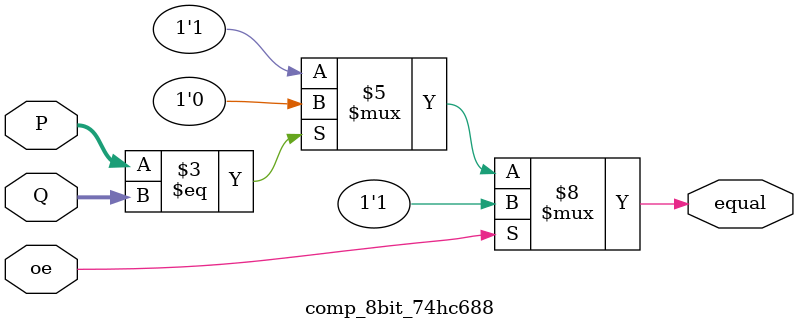
<source format=v>
`timescale 1ns / 1ps

module comp_8bit_74hc688(
    input [7:0] P,
    input [7:0] Q,
    input oe,
    output reg equal
    );
    
    always @ (*) begin
        // output enable high forces output high
        if (oe == 1) equal <= 1'b1;
        else begin
            // output low if equal, high if not
            if (P == Q) equal <= 1'b0;
            else equal <= 1'b1;
        end
    end
    
endmodule

</source>
